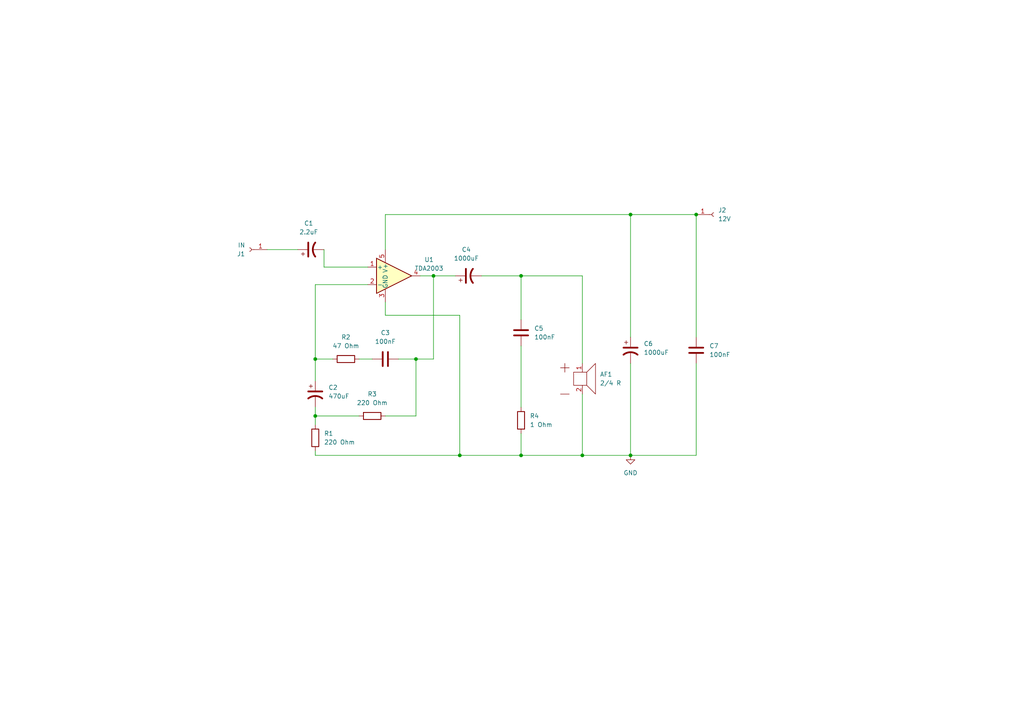
<source format=kicad_sch>
(kicad_sch (version 20211123) (generator eeschema)
  (paper "A4")
  (title_block (title "Trabalho 2") (date "2023-01-25") (rev "1.0") (company "Universidade Federal do Espírito Santo") (comment 1 "Arthur Tartaglia e André Barros") (comment 2 "Autores:"))
  (lib_symbols
    (symbol "Amplifier_Audio:TDA2003" (pin_names (offset 0.127))
      (property "Reference" "U" (at 3.81 6.35 0))
      (property "Value" "TDA2003" (at 3.81 3.81 0))
      (symbol "TDA2003_0_1"
        (polyline (pts (xy -5.08 5.08) (xy 5.08 0) (xy -5.08 -5.08) (xy -5.08 5.08)) (stroke (width 0.254)) (fill (type background)))
      )
      (symbol "TDA2003_1_1"
        (pin input line (at -7.62 2.54 0) (length 2.54) (name "+") (number "1"))
        (pin input line (at -7.62 -2.54 0) (length 2.54) (name "-") (number "2"))
        (pin power_in line (at -2.54 -7.62 90) (length 3.81) (name "GND") (number "3"))
        (pin output line (at 7.62 0 180) (length 2.54) (name "~") (number "4"))
        (pin power_in line (at -2.54 7.62 270) (length 3.81) (name "V+") (number "5"))
      )
    )
    (symbol "Biblioteca:Alto-falante"
      (property "Reference" "AF" (at -3.81 3.81 0))
      (property "Value" "Alto-falante" (at -7.62 1.27 0))
      (symbol "Alto-falante_0_1"
        (rectangle (start -1.27 5.08) (end 2.54 1.27))
        (polyline (pts (xy -5.08 -1.27) (xy -2.54 -1.27)))
        (polyline (pts (xy -5.08 6.35) (xy -2.54 6.35)))
        (polyline (pts (xy -3.81 7.62) (xy -3.81 5.08)))
        (polyline (pts (xy 2.54 1.27) (xy 5.08 -1.27) (xy 5.08 7.62) (xy 2.54 5.08)))
      )
      (symbol "Alto-falante_1_1"
        (pin bidirectional line (at 1.27 7.62 270) (length 2.54) (name "") (number "1"))
        (pin bidirectional line (at 1.27 -1.27 90) (length 2.54) (name "") (number "2"))
      )
    )
    (symbol "Connector:Conn_01x01_Female" (pin_names (offset 1.016) hide)
      (property "Reference" "J" (at 0 2.54 0))
      (property "Value" "Conn_01x01_Female" (at 0 -2.54 0))
      (symbol "Conn_01x01_Female_1_1"
        (polyline (pts (xy -1.27 0) (xy -0.508 0)) (stroke (width 0.1524)))
        (arc (start 0 0.508) (mid -0.508 0) (end 0 -0.508) (stroke (width 0.1524)))
        (pin passive line (at -5.08 0 0) (length 3.81) (name "Pin_1") (number "1"))
      )
    )
    (symbol "Device:C" (pin_numbers hide) (pin_names (offset 0.254))
      (property "Reference" "C" (at 0.635 2.54 0))
      (property "Value" "C" (at 0.635 -2.54 0))
      (symbol "C_0_1"
        (polyline (pts (xy -2.032 -0.762) (xy 2.032 -0.762)) (stroke (width 0.508)))
        (polyline (pts (xy -2.032 0.762) (xy 2.032 0.762)) (stroke (width 0.508)))
      )
      (symbol "C_1_1"
        (pin passive line (at 0 3.81 270) (length 2.794) (name "~") (number "1"))
        (pin passive line (at 0 -3.81 90) (length 2.794) (name "~") (number "2"))
      )
    )
    (symbol "Device:C_Polarized_US" (pin_numbers hide) (pin_names (offset 0.254) hide)
      (property "Reference" "C" (at 0.635 2.54 0))
      (property "Value" "C_Polarized_US" (at 0.635 -2.54 0))
      (symbol "C_Polarized_US_0_1"
        (polyline (pts (xy -2.032 0.762) (xy 2.032 0.762)) (stroke (width 0.508)))
        (polyline (pts (xy -1.778 2.286) (xy -0.762 2.286)))
        (polyline (pts (xy -1.27 1.778) (xy -1.27 2.794)))
        (arc (start 2.032 -1.27) (mid 0 -0.5572) (end -2.032 -1.27) (stroke (width 0.508)))
      )
      (symbol "C_Polarized_US_1_1"
        (pin passive line (at 0 3.81 270) (length 2.794) (name "~") (number "1"))
        (pin passive line (at 0 -3.81 90) (length 3.302) (name "~") (number "2"))
      )
    )
    (symbol "Device:R" (pin_numbers hide) (pin_names (offset 0))
      (property "Reference" "R" (at 2.032 0 90))
      (property "Value" "R" (at 0 0 90))
      (symbol "R_0_1"
        (rectangle (start -1.016 -2.54) (end 1.016 2.54) (stroke (width 0.254)))
      )
      (symbol "R_1_1"
        (pin passive line (at 0 3.81 270) (length 1.27) (name "~") (number "1"))
        (pin passive line (at 0 -3.81 90) (length 1.27) (name "~") (number "2"))
      )
    )
    (symbol "power:GND" (power) (pin_names (offset 0))
      (property "Value" "GND" (at 0 -3.81 0))
      (symbol "GND_0_1"
        (polyline (pts (xy 0 0) (xy 0 -1.27) (xy 1.27 -1.27) (xy 0 -2.54) (xy -1.27 -1.27) (xy 0 -1.27)))
      )
      (symbol "GND_1_1"
        (pin power_in line (at 0 0 270) (length 0) hide (name "GND") (number "1"))
      )
    )
  )
  (junction (at 125.73 80.01))
  (junction (at 120.65 104.14))
  (junction (at 182.88 62.23))
  (junction (at 151.13 132.08))
  (junction (at 133.35 132.08))
  (junction (at 182.88 132.08))
  (junction (at 91.44 104.14))
  (junction (at 201.93 62.23))
  (junction (at 168.91 132.08))
  (junction (at 151.13 80.01))
  (junction (at 91.44 120.65))
  (wire (pts (xy 182.88 132.08) (xy 201.93 132.08)))
  (wire (pts (xy 168.91 80.01) (xy 151.13 80.01)))
  (wire (pts (xy 111.76 87.63) (xy 111.76 91.44)))
  (wire (pts (xy 77.47 72.39) (xy 86.36 72.39)))
  (wire (pts (xy 182.88 105.41) (xy 182.88 132.08)))
  (wire (pts (xy 182.88 62.23) (xy 182.88 97.79)))
  (wire (pts (xy 111.76 91.44) (xy 133.35 91.44)))
  (wire (pts (xy 201.93 62.23) (xy 201.93 97.79)))
  (wire (pts (xy 133.35 91.44) (xy 133.35 132.08)))
  (wire (pts (xy 182.88 62.23) (xy 201.93 62.23)))
  (wire (pts (xy 106.68 82.55) (xy 91.44 82.55)))
  (wire (pts (xy 111.76 120.65) (xy 120.65 120.65)))
  (wire (pts (xy 91.44 130.81) (xy 91.44 132.08)))
  (wire (pts (xy 91.44 120.65) (xy 91.44 123.19)))
  (wire (pts (xy 139.7 80.01) (xy 151.13 80.01)))
  (wire (pts (xy 121.92 80.01) (xy 125.73 80.01)))
  (wire (pts (xy 201.93 132.08) (xy 201.93 105.41)))
  (wire (pts (xy 151.13 80.01) (xy 151.13 92.71)))
  (wire (pts (xy 151.13 125.73) (xy 151.13 132.08)))
  (wire (pts (xy 93.98 77.47) (xy 93.98 72.39)))
  (wire (pts (xy 125.73 80.01) (xy 132.08 80.01)))
  (wire (pts (xy 151.13 132.08) (xy 168.91 132.08)))
  (wire (pts (xy 168.91 105.41) (xy 168.91 80.01)))
  (wire (pts (xy 115.57 104.14) (xy 120.65 104.14)))
  (wire (pts (xy 106.68 77.47) (xy 93.98 77.47)))
  (wire (pts (xy 111.76 72.39) (xy 111.76 62.23)))
  (wire (pts (xy 91.44 104.14) (xy 96.52 104.14)))
  (wire (pts (xy 91.44 110.49) (xy 91.44 104.14)))
  (wire (pts (xy 168.91 132.08) (xy 182.88 132.08)))
  (wire (pts (xy 125.73 104.14) (xy 125.73 80.01)))
  (wire (pts (xy 168.91 114.3) (xy 168.91 132.08)))
  (wire (pts (xy 120.65 120.65) (xy 120.65 104.14)))
  (wire (pts (xy 104.14 104.14) (xy 107.95 104.14)))
  (wire (pts (xy 133.35 132.08) (xy 151.13 132.08)))
  (wire (pts (xy 91.44 118.11) (xy 91.44 120.65)))
  (wire (pts (xy 111.76 62.23) (xy 182.88 62.23)))
  (wire (pts (xy 91.44 120.65) (xy 104.14 120.65)))
  (wire (pts (xy 120.65 104.14) (xy 125.73 104.14)))
  (wire (pts (xy 151.13 100.33) (xy 151.13 118.11)))
  (wire (pts (xy 91.44 82.55) (xy 91.44 104.14)))
  (wire (pts (xy 91.44 132.08) (xy 133.35 132.08)))
  (symbol (lib_id "Device:C") (at 111.76 104.14 90) (unit 1)
    (property "Reference" "C3" (at 111.76 96.52 90))
    (property "Value" "100nF" (at 111.76 99.06 90))
    (property "Footprint" "Capacitor_THT:C_Disc_D6.0mm_W4.4mm_P5.00mm" (effects hide))
  )
  (symbol (lib_id "power:GND") (at 182.88 132.08 0) (unit 1)
    (property "Reference" "#PWR0101" (effects hide))
    (property "Value" "GND" (at 182.88 137.16 0))
  )
  (symbol (lib_id "Connector:Conn_01x01_Female") (at 72.39 72.39 180) (unit 1)
    (property "Reference" "J1" (at 71.12 73.6601 0) (effects (justify left)))
    (property "Value" "IN" (at 71.12 71.1201 0) (effects (justify left)))
    (property "Footprint" "Connector:Banana_Jack_1Pin" (effects hide))
  )
  (symbol (lib_id "Amplifier_Audio:TDA2003") (at 114.3 80.01 0) (unit 1)
    (property "Reference" "U1" (at 124.46 75.311 0))
    (property "Value" "TDA2003" (at 124.46 77.851 0))
    (property "Footprint" "Package_TO_SOT_THT:TO-220-5_P3.4x3.7mm_StaggerOdd_Lead3.8mm_Vertical" (effects hide))
    (property "Datasheet" "http://www.st.com/resource/en/datasheet/cd00000123.pdf" (effects hide))
  )
  (symbol (lib_id "Device:C_Polarized_US") (at 91.44 114.3 0) (unit 1)
    (property "Reference" "C2" (at 95.25 112.3949 0) (effects (justify left)))
    (property "Value" "470uF" (at 95.25 114.9349 0) (effects (justify left)))
    (property "Footprint" "Capacitor_THT:CP_Axial_L10.0mm_D4.5mm_P15.00mm_Horizontal" (effects hide))
  )
  (symbol (lib_id "Device:R") (at 107.95 120.65 90) (unit 1)
    (property "Reference" "R3" (at 107.95 114.3 90))
    (property "Value" "220 Ohm" (at 107.95 116.84 90))
    (property "Footprint" "Resistor_THT:R_Axial_DIN0204_L3.6mm_D1.6mm_P7.62mm_Horizontal" (effects hide))
  )
  (symbol (lib_id "Device:R") (at 91.44 127 180) (unit 1)
    (property "Reference" "R1" (at 93.98 125.7299 0) (effects (justify right)))
    (property "Value" "220 Ohm" (at 93.98 128.2699 0) (effects (justify right)))
    (property "Footprint" "Resistor_THT:R_Axial_DIN0204_L3.6mm_D1.6mm_P7.62mm_Horizontal" (effects hide))
  )
  (symbol (lib_id "Device:C_Polarized_US") (at 182.88 101.6 0) (unit 1)
    (property "Reference" "C6" (at 186.69 99.6949 0) (effects (justify left)))
    (property "Value" "1000uF" (at 186.69 102.2349 0) (effects (justify left)))
    (property "Footprint" "Capacitor_THT:CP_Axial_L10.0mm_D4.5mm_P15.00mm_Horizontal" (effects hide))
  )
  (symbol (lib_id "Device:C") (at 201.93 101.6 0) (unit 1)
    (property "Reference" "C7" (at 205.74 100.3299 0) (effects (justify left)))
    (property "Value" "100nF" (at 205.74 102.8699 0) (effects (justify left)))
    (property "Footprint" "Capacitor_THT:C_Disc_D6.0mm_W4.4mm_P5.00mm" (effects hide))
  )
  (symbol (lib_id "Device:C") (at 151.13 96.52 0) (unit 1)
    (property "Reference" "C5" (at 154.94 95.2499 0) (effects (justify left)))
    (property "Value" "100nF" (at 154.94 97.7899 0) (effects (justify left)))
    (property "Footprint" "Capacitor_THT:C_Disc_D6.0mm_W4.4mm_P5.00mm" (effects hide))
  )
  (symbol (lib_id "Connector:Conn_01x01_Female") (at 207.01 62.23 0) (unit 1)
    (property "Reference" "J2" (at 208.28 60.9599 0) (effects (justify left)))
    (property "Value" "12V" (at 208.28 63.4999 0) (effects (justify left)))
    (property "Footprint" "Connector:Banana_Jack_1Pin" (effects hide))
  )
  (symbol (lib_id "Device:R") (at 100.33 104.14 90) (unit 1)
    (property "Reference" "R2" (at 100.33 97.79 90))
    (property "Value" "47 Ohm" (at 100.33 100.33 90))
    (property "Footprint" "Resistor_THT:R_Axial_DIN0204_L3.6mm_D1.6mm_P7.62mm_Horizontal" (effects hide))
  )
  (symbol (lib_id "Biblioteca:Alto-falante") (at 167.64 113.03 0) (unit 1)
    (property "Reference" "AF1" (at 173.99 108.5849 0) (effects (justify left)))
    (property "Value" "2/4 R" (at 173.99 111.1249 0) (effects (justify left)))
    (property "Footprint" "Connector:Banana_Jack_2Pin" (effects hide))
  )
  (symbol (lib_id "Device:C_Polarized_US") (at 90.17 72.39 90) (unit 1)
    (property "Reference" "C1" (at 89.535 64.77 90))
    (property "Value" "2.2uF" (at 89.535 67.31 90))
    (property "Footprint" "Capacitor_THT:CP_Axial_L10.0mm_D4.5mm_P15.00mm_Horizontal" (effects hide))
  )
  (symbol (lib_id "Device:R") (at 151.13 121.92 0) (unit 1)
    (property "Reference" "R4" (at 153.67 120.6499 0) (effects (justify left)))
    (property "Value" "1 Ohm" (at 153.67 123.1899 0) (effects (justify left)))
    (property "Footprint" "Resistor_THT:R_Axial_DIN0204_L3.6mm_D1.6mm_P7.62mm_Horizontal" (effects hide))
  )
  (symbol (lib_id "Device:C_Polarized_US") (at 135.89 80.01 90) (unit 1)
    (property "Reference" "C4" (at 135.255 72.39 90))
    (property "Value" "1000uF" (at 135.255 74.93 90))
    (property "Footprint" "Capacitor_THT:CP_Axial_L10.0mm_D4.5mm_P15.00mm_Horizontal" (effects hide))
  )
)
</source>
